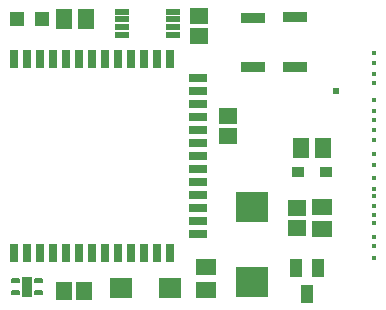
<source format=gbr>
G04 EAGLE Gerber RS-274X export*
G75*
%MOMM*%
%FSLAX34Y34*%
%LPD*%
%INSoldermask Top*%
%IPPOS*%
%AMOC8*
5,1,8,0,0,1.08239X$1,22.5*%
G01*
%ADD10C,0.411763*%
%ADD11R,2.811762X2.661763*%
%ADD12R,1.111762X0.911763*%
%ADD13R,1.411763X1.711763*%
%ADD14R,1.711763X1.411763*%
%ADD15R,1.611762X1.411763*%
%ADD16R,0.619762X0.619762*%
%ADD17R,1.911763X1.811763*%
%ADD18R,1.311763X1.311763*%
%ADD19R,1.411763X1.611762*%
%ADD20R,2.111763X0.911763*%
%ADD21R,1.311763X0.561763*%
%ADD22R,1.111762X1.511763*%
%ADD23R,0.761763X1.611762*%
%ADD24R,1.611762X0.761763*%
%ADD25C,0.198556*%
%ADD26R,0.811763X1.711763*%


D10*
X320000Y44000D03*
X320000Y54000D03*
X320000Y62000D03*
X320000Y74000D03*
X320000Y81000D03*
X320000Y88000D03*
X320000Y97000D03*
X320000Y103000D03*
X320000Y112000D03*
X320000Y123000D03*
X320000Y132000D03*
X320000Y144000D03*
X320000Y153000D03*
X320000Y161000D03*
X320000Y169000D03*
X320000Y178000D03*
X320000Y192000D03*
X320000Y200000D03*
X320000Y209000D03*
X320000Y218000D03*
D11*
X216300Y24300D03*
X216300Y87700D03*
D12*
X278750Y116750D03*
X255750Y116750D03*
D13*
X258000Y137750D03*
X277000Y137750D03*
D14*
X275500Y68750D03*
X275500Y87750D03*
D15*
X255000Y86750D03*
X255000Y69750D03*
D16*
X277750Y137750D03*
X287500Y185250D03*
D17*
X105750Y19000D03*
X146750Y19000D03*
D14*
X177750Y36500D03*
X177750Y17500D03*
D13*
X76250Y246250D03*
X57250Y246250D03*
D18*
X38500Y246250D03*
X17500Y246250D03*
D19*
X57250Y16500D03*
X74250Y16500D03*
D15*
X196000Y164500D03*
X196000Y147500D03*
D20*
X253000Y248000D03*
X253000Y206000D03*
X217750Y247750D03*
X217750Y205750D03*
D21*
X106250Y252750D03*
X106250Y246250D03*
X106250Y239750D03*
X106250Y233250D03*
X149750Y233250D03*
X149750Y239750D03*
X149750Y246250D03*
X149750Y252750D03*
D15*
X172000Y249500D03*
X172000Y232500D03*
D22*
X263000Y14000D03*
X253500Y36000D03*
X272500Y36000D03*
D23*
X26250Y48700D03*
X37250Y48700D03*
X48250Y48700D03*
X59250Y48700D03*
X70250Y48700D03*
X81250Y48700D03*
X92250Y48700D03*
X103250Y48700D03*
X114250Y48700D03*
X125250Y48700D03*
X136250Y48700D03*
X147250Y48700D03*
D24*
X170750Y64900D03*
X170750Y75900D03*
X170750Y86900D03*
X170750Y97900D03*
X170750Y108900D03*
X170750Y119900D03*
X170750Y130900D03*
D23*
X15250Y48700D03*
X26250Y212600D03*
X37250Y212600D03*
X48250Y212600D03*
X59250Y212600D03*
X70250Y212600D03*
X81250Y212600D03*
X92250Y212600D03*
X103250Y212600D03*
X114250Y212600D03*
X125250Y212600D03*
X136250Y212600D03*
X147250Y212600D03*
X15250Y212600D03*
D24*
X170750Y141900D03*
X170750Y152900D03*
X170750Y163900D03*
X170750Y174900D03*
X170750Y185900D03*
X170750Y196900D03*
D25*
X39016Y16316D02*
X32384Y16316D01*
X39016Y16316D02*
X39016Y13684D01*
X32384Y13684D01*
X32384Y16316D01*
X32384Y15571D02*
X39016Y15571D01*
X39016Y26316D02*
X32384Y26316D01*
X39016Y26316D02*
X39016Y23684D01*
X32384Y23684D01*
X32384Y26316D01*
X32384Y25571D02*
X39016Y25571D01*
X19616Y26316D02*
X12984Y26316D01*
X19616Y26316D02*
X19616Y23684D01*
X12984Y23684D01*
X12984Y26316D01*
X12984Y25571D02*
X19616Y25571D01*
X19616Y16316D02*
X12984Y16316D01*
X19616Y16316D02*
X19616Y13684D01*
X12984Y13684D01*
X12984Y16316D01*
X12984Y15571D02*
X19616Y15571D01*
D26*
X26000Y20000D03*
M02*

</source>
